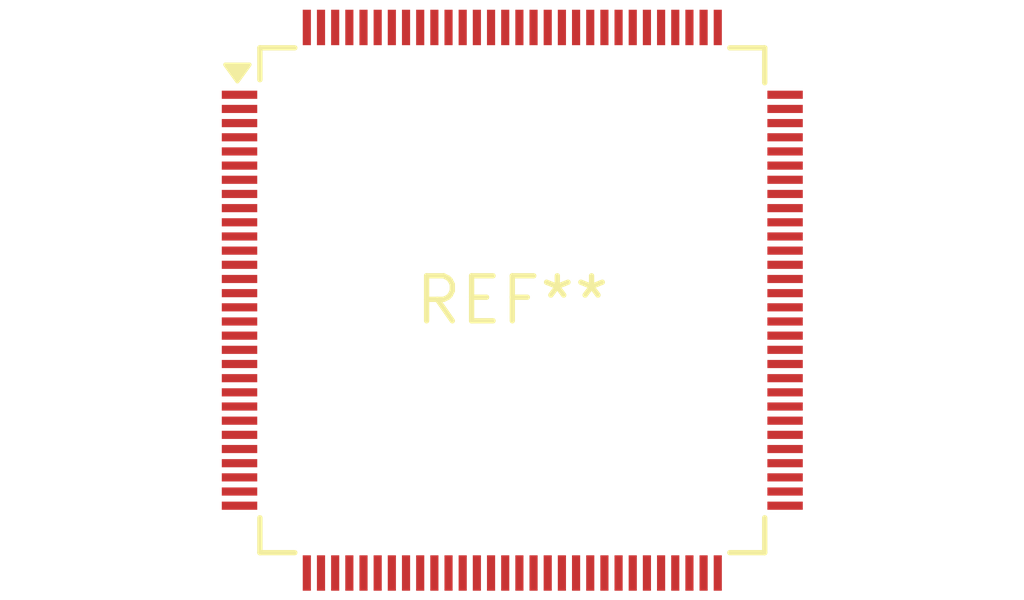
<source format=kicad_pcb>
(kicad_pcb (version 20240108) (generator pcbnew)
  (layers (0 "F.Cu" signal) (31 "B.Cu" signal) (34 "B.Paste" user) (35 "F.Paste" user) (36 "B.SilkS" user "B.Silkscreen") (37 "F.SilkS" user "F.Silkscreen") (38 "B.Mask" user) (39 "F.Mask" user) (44 "Edge.Cuts" user))
  (net 0 "")
  (footprint "TQFP-120_14x14mm_P0.4mm" (layer "F.Cu") (at 0 0)
    (property "Reference" "REF**")
    (property "Value" "TQFP-120_14x14mm_P0.4mm")
    (fp_line (start -7.125 -7.125) (end -7.125 -6.225) (layer "F.SilkS") (stroke (width 0.15)))
    (fp_line (start -7.125 -7.125) (end -6.14 -7.125) (layer "F.SilkS") (stroke (width 0.15)))
    (fp_line (start -7.125 7.125) (end -7.125 6.14) (layer "F.SilkS") (stroke (width 0.15)))
    (fp_line (start -7.125 7.125) (end -6.14 7.125) (layer "F.SilkS") (stroke (width 0.15)))
    (fp_line (start 7.125 -7.125) (end 6.14 -7.125) (layer "F.SilkS") (stroke (width 0.15)))
    (fp_line (start 7.125 -7.125) (end 7.125 -6.14) (layer "F.SilkS") (stroke (width 0.15)))
    (fp_line (start 7.125 7.125) (end 6.14 7.125) (layer "F.SilkS") (stroke (width 0.15)))
    (fp_line (start 7.125 7.125) (end 7.125 6.14) (layer "F.SilkS") (stroke (width 0.15)))
    (fp_poly (pts (xy -7.76 -6.18) (xy -8.1 -6.65) (xy -7.42 -6.65) (xy -7.76 -6.18)) (layer "F.SilkS") (stroke (width 0.12)) (fill solid))
    (pad "1" smd rect (at -7.7 -5.8) (size 1 0.23) (layers "F.Cu" "F.Paste" "F.Mask"))
    (pad "2" smd rect (at -7.7 -5.4) (size 1 0.23) (layers "F.Cu" "F.Paste" "F.Mask"))
    (pad "3" smd rect (at -7.7 -5) (size 1 0.23) (layers "F.Cu" "F.Paste" "F.Mask"))
    (pad "4" smd rect (at -7.7 -4.6) (size 1 0.23) (layers "F.Cu" "F.Paste" "F.Mask"))
    (pad "5" smd rect (at -7.7 -4.2) (size 1 0.23) (layers "F.Cu" "F.Paste" "F.Mask"))
    (pad "6" smd rect (at -7.7 -3.8) (size 1 0.23) (layers "F.Cu" "F.Paste" "F.Mask"))
    (pad "7" smd rect (at -7.7 -3.4) (size 1 0.23) (layers "F.Cu" "F.Paste" "F.Mask"))
    (pad "8" smd rect (at -7.7 -3) (size 1 0.23) (layers "F.Cu" "F.Paste" "F.Mask"))
    (pad "9" smd rect (at -7.7 -2.6) (size 1 0.23) (layers "F.Cu" "F.Paste" "F.Mask"))
    (pad "10" smd rect (at -7.7 -2.2) (size 1 0.23) (layers "F.Cu" "F.Paste" "F.Mask"))
    (pad "11" smd rect (at -7.7 -1.8) (size 1 0.23) (layers "F.Cu" "F.Paste" "F.Mask"))
    (pad "12" smd rect (at -7.7 -1.4) (size 1 0.23) (layers "F.Cu" "F.Paste" "F.Mask"))
    (pad "13" smd rect (at -7.7 -1) (size 1 0.23) (layers "F.Cu" "F.Paste" "F.Mask"))
    (pad "14" smd rect (at -7.7 -0.6) (size 1 0.23) (layers "F.Cu" "F.Paste" "F.Mask"))
    (pad "15" smd rect (at -7.7 -0.2) (size 1 0.23) (layers "F.Cu" "F.Paste" "F.Mask"))
    (pad "16" smd rect (at -7.7 0.2) (size 1 0.23) (layers "F.Cu" "F.Paste" "F.Mask"))
    (pad "17" smd rect (at -7.7 0.6) (size 1 0.23) (layers "F.Cu" "F.Paste" "F.Mask"))
    (pad "18" smd rect (at -7.7 1) (size 1 0.23) (layers "F.Cu" "F.Paste" "F.Mask"))
    (pad "19" smd rect (at -7.7 1.4) (size 1 0.23) (layers "F.Cu" "F.Paste" "F.Mask"))
    (pad "20" smd rect (at -7.7 1.8) (size 1 0.23) (layers "F.Cu" "F.Paste" "F.Mask"))
    (pad "21" smd rect (at -7.7 2.2) (size 1 0.23) (layers "F.Cu" "F.Paste" "F.Mask"))
    (pad "22" smd rect (at -7.7 2.6) (size 1 0.23) (layers "F.Cu" "F.Paste" "F.Mask"))
    (pad "23" smd rect (at -7.7 3) (size 1 0.23) (layers "F.Cu" "F.Paste" "F.Mask"))
    (pad "24" smd rect (at -7.7 3.4) (size 1 0.23) (layers "F.Cu" "F.Paste" "F.Mask"))
    (pad "25" smd rect (at -7.7 3.8) (size 1 0.23) (layers "F.Cu" "F.Paste" "F.Mask"))
    (pad "26" smd rect (at -7.7 4.2) (size 1 0.23) (layers "F.Cu" "F.Paste" "F.Mask"))
    (pad "27" smd rect (at -7.7 4.6) (size 1 0.23) (layers "F.Cu" "F.Paste" "F.Mask"))
    (pad "28" smd rect (at -7.7 5) (size 1 0.23) (layers "F.Cu" "F.Paste" "F.Mask"))
    (pad "29" smd rect (at -7.7 5.4) (size 1 0.23) (layers "F.Cu" "F.Paste" "F.Mask"))
    (pad "30" smd rect (at -7.7 5.8) (size 1 0.23) (layers "F.Cu" "F.Paste" "F.Mask"))
    (pad "31" smd rect (at -5.8 7.7 90) (size 1 0.23) (layers "F.Cu" "F.Paste" "F.Mask"))
    (pad "32" smd rect (at -5.4 7.7 90) (size 1 0.23) (layers "F.Cu" "F.Paste" "F.Mask"))
    (pad "33" smd rect (at -5 7.7 90) (size 1 0.23) (layers "F.Cu" "F.Paste" "F.Mask"))
    (pad "34" smd rect (at -4.6 7.7 90) (size 1 0.23) (layers "F.Cu" "F.Paste" "F.Mask"))
    (pad "35" smd rect (at -4.2 7.7 90) (size 1 0.23) (layers "F.Cu" "F.Paste" "F.Mask"))
    (pad "36" smd rect (at -3.8 7.7 90) (size 1 0.23) (layers "F.Cu" "F.Paste" "F.Mask"))
    (pad "37" smd rect (at -3.4 7.7 90) (size 1 0.23) (layers "F.Cu" "F.Paste" "F.Mask"))
    (pad "38" smd rect (at -3 7.7 90) (size 1 0.23) (layers "F.Cu" "F.Paste" "F.Mask"))
    (pad "39" smd rect (at -2.6 7.7 90) (size 1 0.23) (layers "F.Cu" "F.Paste" "F.Mask"))
    (pad "40" smd rect (at -2.2 7.7 90) (size 1 0.23) (layers "F.Cu" "F.Paste" "F.Mask"))
    (pad "41" smd rect (at -1.8 7.7 90) (size 1 0.23) (layers "F.Cu" "F.Paste" "F.Mask"))
    (pad "42" smd rect (at -1.4 7.7 90) (size 1 0.23) (layers "F.Cu" "F.Paste" "F.Mask"))
    (pad "43" smd rect (at -1 7.7 90) (size 1 0.23) (layers "F.Cu" "F.Paste" "F.Mask"))
    (pad "44" smd rect (at -0.6 7.7 90) (size 1 0.23) (layers "F.Cu" "F.Paste" "F.Mask"))
    (pad "45" smd rect (at -0.2 7.7 90) (size 1 0.23) (layers "F.Cu" "F.Paste" "F.Mask"))
    (pad "46" smd rect (at 0.2 7.7 90) (size 1 0.23) (layers "F.Cu" "F.Paste" "F.Mask"))
    (pad "47" smd rect (at 0.6 7.7 90) (size 1 0.23) (layers "F.Cu" "F.Paste" "F.Mask"))
    (pad "48" smd rect (at 1 7.7 90) (size 1 0.23) (layers "F.Cu" "F.Paste" "F.Mask"))
    (pad "49" smd rect (at 1.4 7.7 90) (size 1 0.23) (layers "F.Cu" "F.Paste" "F.Mask"))
    (pad "50" smd rect (at 1.8 7.7 90) (size 1 0.23) (layers "F.Cu" "F.Paste" "F.Mask"))
    (pad "51" smd rect (at 2.2 7.7 90) (size 1 0.23) (layers "F.Cu" "F.Paste" "F.Mask"))
    (pad "52" smd rect (at 2.6 7.7 90) (size 1 0.23) (layers "F.Cu" "F.Paste" "F.Mask"))
    (pad "53" smd rect (at 3 7.7 90) (size 1 0.23) (layers "F.Cu" "F.Paste" "F.Mask"))
    (pad "54" smd rect (at 3.4 7.7 90) (size 1 0.23) (layers "F.Cu" "F.Paste" "F.Mask"))
    (pad "55" smd rect (at 3.8 7.7 90) (size 1 0.23) (layers "F.Cu" "F.Paste" "F.Mask"))
    (pad "56" smd rect (at 4.2 7.7 90) (size 1 0.23) (layers "F.Cu" "F.Paste" "F.Mask"))
    (pad "57" smd rect (at 4.6 7.7 90) (size 1 0.23) (layers "F.Cu" "F.Paste" "F.Mask"))
    (pad "58" smd rect (at 5 7.7 90) (size 1 0.23) (layers "F.Cu" "F.Paste" "F.Mask"))
    (pad "59" smd rect (at 5.4 7.7 90) (size 1 0.23) (layers "F.Cu" "F.Paste" "F.Mask"))
    (pad "60" smd rect (at 5.8 7.7 90) (size 1 0.23) (layers "F.Cu" "F.Paste" "F.Mask"))
    (pad "61" smd rect (at 7.7 5.8) (size 1 0.23) (layers "F.Cu" "F.Paste" "F.Mask"))
    (pad "62" smd rect (at 7.7 5.4) (size 1 0.23) (layers "F.Cu" "F.Paste" "F.Mask"))
    (pad "63" smd rect (at 7.7 5) (size 1 0.23) (layers "F.Cu" "F.Paste" "F.Mask"))
    (pad "64" smd rect (at 7.7 4.6) (size 1 0.23) (layers "F.Cu" "F.Paste" "F.Mask"))
    (pad "65" smd rect (at 7.7 4.2) (size 1 0.23) (layers "F.Cu" "F.Paste" "F.Mask"))
    (pad "66" smd rect (at 7.7 3.8) (size 1 0.23) (layers "F.Cu" "F.Paste" "F.Mask"))
    (pad "67" smd rect (at 7.7 3.4) (size 1 0.23) (layers "F.Cu" "F.Paste" "F.Mask"))
    (pad "68" smd rect (at 7.7 3) (size 1 0.23) (layers "F.Cu" "F.Paste" "F.Mask"))
    (pad "69" smd rect (at 7.7 2.6) (size 1 0.23) (layers "F.Cu" "F.Paste" "F.Mask"))
    (pad "70" smd rect (at 7.7 2.2) (size 1 0.23) (layers "F.Cu" "F.Paste" "F.Mask"))
    (pad "71" smd rect (at 7.7 1.8) (size 1 0.23) (layers "F.Cu" "F.Paste" "F.Mask"))
    (pad "72" smd rect (at 7.7 1.4) (size 1 0.23) (layers "F.Cu" "F.Paste" "F.Mask"))
    (pad "73" smd rect (at 7.7 1) (size 1 0.23) (layers "F.Cu" "F.Paste" "F.Mask"))
    (pad "74" smd rect (at 7.7 0.6) (size 1 0.23) (layers "F.Cu" "F.Paste" "F.Mask"))
    (pad "75" smd rect (at 7.7 0.2) (size 1 0.23) (layers "F.Cu" "F.Paste" "F.Mask"))
    (pad "76" smd rect (at 7.7 -0.2) (size 1 0.23) (layers "F.Cu" "F.Paste" "F.Mask"))
    (pad "77" smd rect (at 7.7 -0.6) (size 1 0.23) (layers "F.Cu" "F.Paste" "F.Mask"))
    (pad "78" smd rect (at 7.7 -1) (size 1 0.23) (layers "F.Cu" "F.Paste" "F.Mask"))
    (pad "79" smd rect (at 7.7 -1.4) (size 1 0.23) (layers "F.Cu" "F.Paste" "F.Mask"))
    (pad "80" smd rect (at 7.7 -1.8) (size 1 0.23) (layers "F.Cu" "F.Paste" "F.Mask"))
    (pad "81" smd rect (at 7.7 -2.2) (size 1 0.23) (layers "F.Cu" "F.Paste" "F.Mask"))
    (pad "82" smd rect (at 7.7 -2.6) (size 1 0.23) (layers "F.Cu" "F.Paste" "F.Mask"))
    (pad "83" smd rect (at 7.7 -3) (size 1 0.23) (layers "F.Cu" "F.Paste" "F.Mask"))
    (pad "84" smd rect (at 7.7 -3.4) (size 1 0.23) (layers "F.Cu" "F.Paste" "F.Mask"))
    (pad "85" smd rect (at 7.7 -3.8) (size 1 0.23) (layers "F.Cu" "F.Paste" "F.Mask"))
    (pad "86" smd rect (at 7.7 -4.2) (size 1 0.23) (layers "F.Cu" "F.Paste" "F.Mask"))
    (pad "87" smd rect (at 7.7 -4.6) (size 1 0.23) (layers "F.Cu" "F.Paste" "F.Mask"))
    (pad "88" smd rect (at 7.7 -5) (size 1 0.23) (layers "F.Cu" "F.Paste" "F.Mask"))
    (pad "89" smd rect (at 7.7 -5.4) (size 1 0.23) (layers "F.Cu" "F.Paste" "F.Mask"))
    (pad "90" smd rect (at 7.7 -5.8) (size 1 0.23) (layers "F.Cu" "F.Paste" "F.Mask"))
    (pad "91" smd rect (at 5.8 -7.7 90) (size 1 0.23) (layers "F.Cu" "F.Paste" "F.Mask"))
    (pad "92" smd rect (at 5.4 -7.7 90) (size 1 0.23) (layers "F.Cu" "F.Paste" "F.Mask"))
    (pad "93" smd rect (at 5 -7.7 90) (size 1 0.23) (layers "F.Cu" "F.Paste" "F.Mask"))
    (pad "94" smd rect (at 4.6 -7.7 90) (size 1 0.23) (layers "F.Cu" "F.Paste" "F.Mask"))
    (pad "95" smd rect (at 4.2 -7.7 90) (size 1 0.23) (layers "F.Cu" "F.Paste" "F.Mask"))
    (pad "96" smd rect (at 3.8 -7.7 90) (size 1 0.23) (layers "F.Cu" "F.Paste" "F.Mask"))
    (pad "97" smd rect (at 3.4 -7.7 90) (size 1 0.23) (layers "F.Cu" "F.Paste" "F.Mask"))
    (pad "98" smd rect (at 3 -7.7 90) (size 1 0.23) (layers "F.Cu" "F.Paste" "F.Mask"))
    (pad "99" smd rect (at 2.6 -7.7 90) (size 1 0.23) (layers "F.Cu" "F.Paste" "F.Mask"))
    (pad "100" smd rect (at 2.2 -7.7 90) (size 1 0.23) (layers "F.Cu" "F.Paste" "F.Mask"))
    (pad "101" smd rect (at 1.8 -7.7 90) (size 1 0.23) (layers "F.Cu" "F.Paste" "F.Mask"))
    (pad "102" smd rect (at 1.4 -7.7 90) (size 1 0.23) (layers "F.Cu" "F.Paste" "F.Mask"))
    (pad "103" smd rect (at 1 -7.7 90) (size 1 0.23) (layers "F.Cu" "F.Paste" "F.Mask"))
    (pad "104" smd rect (at 0.6 -7.7 90) (size 1 0.23) (layers "F.Cu" "F.Paste" "F.Mask"))
    (pad "105" smd rect (at 0.2 -7.7 90) (size 1 0.23) (layers "F.Cu" "F.Paste" "F.Mask"))
    (pad "106" smd rect (at -0.2 -7.7 90) (size 1 0.23) (layers "F.Cu" "F.Paste" "F.Mask"))
    (pad "107" smd rect (at -0.6 -7.7 90) (size 1 0.23) (layers "F.Cu" "F.Paste" "F.Mask"))
    (pad "108" smd rect (at -1 -7.7 90) (size 1 0.23) (layers "F.Cu" "F.Paste" "F.Mask"))
    (pad "109" smd rect (at -1.4 -7.7 90) (size 1 0.23) (layers "F.Cu" "F.Paste" "F.Mask"))
    (pad "110" smd rect (at -1.8 -7.7 90) (size 1 0.23) (layers "F.Cu" "F.Paste" "F.Mask"))
    (pad "111" smd rect (at -2.2 -7.7 90) (size 1 0.23) (layers "F.Cu" "F.Paste" "F.Mask"))
    (pad "112" smd rect (at -2.6 -7.7 90) (size 1 0.23) (layers "F.Cu" "F.Paste" "F.Mask"))
    (pad "113" smd rect (at -3 -7.7 90) (size 1 0.23) (layers "F.Cu" "F.Paste" "F.Mask"))
    (pad "114" smd rect (at -3.4 -7.7 90) (size 1 0.23) (layers "F.Cu" "F.Paste" "F.Mask"))
    (pad "115" smd rect (at -3.8 -7.7 90) (size 1 0.23) (layers "F.Cu" "F.Paste" "F.Mask"))
    (pad "116" smd rect (at -4.2 -7.7 90) (size 1 0.23) (layers "F.Cu" "F.Paste" "F.Mask"))
    (pad "117" smd rect (at -4.6 -7.7 90) (size 1 0.23) (layers "F.Cu" "F.Paste" "F.Mask"))
    (pad "118" smd rect (at -5 -7.7 90) (size 1 0.23) (layers "F.Cu" "F.Paste" "F.Mask"))
    (pad "119" smd rect (at -5.4 -7.7 90) (size 1 0.23) (layers "F.Cu" "F.Paste" "F.Mask"))
    (pad "120" smd rect (at -5.8 -7.7 90) (size 1 0.23) (layers "F.Cu" "F.Paste" "F.Mask"))
  )
)
</source>
